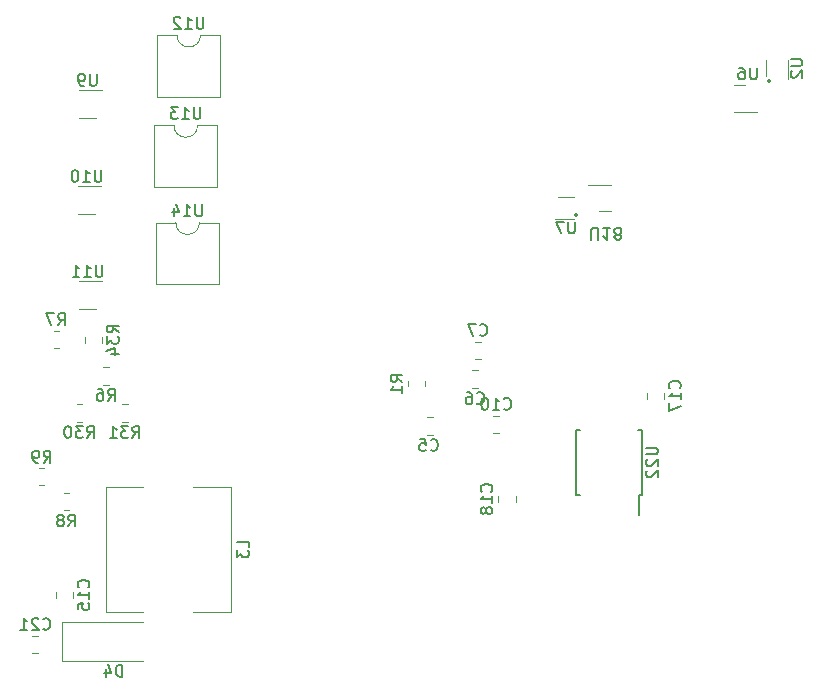
<source format=gbr>
%TF.GenerationSoftware,KiCad,Pcbnew,(6.0.2)*%
%TF.CreationDate,2022-04-25T03:39:25-07:00*%
%TF.ProjectId,schematic,73636865-6d61-4746-9963-2e6b69636164,rev?*%
%TF.SameCoordinates,Original*%
%TF.FileFunction,Legend,Bot*%
%TF.FilePolarity,Positive*%
%FSLAX46Y46*%
G04 Gerber Fmt 4.6, Leading zero omitted, Abs format (unit mm)*
G04 Created by KiCad (PCBNEW (6.0.2)) date 2022-04-25 03:39:25*
%MOMM*%
%LPD*%
G01*
G04 APERTURE LIST*
%ADD10C,0.150000*%
%ADD11C,0.120000*%
%ADD12C,0.300000*%
G04 APERTURE END LIST*
D10*
%TO.C,U22*%
X153322580Y-93453104D02*
X154132104Y-93453104D01*
X154227342Y-93500723D01*
X154274961Y-93548342D01*
X154322580Y-93643580D01*
X154322580Y-93834057D01*
X154274961Y-93929295D01*
X154227342Y-93976914D01*
X154132104Y-94024533D01*
X153322580Y-94024533D01*
X153417819Y-94453104D02*
X153370200Y-94500723D01*
X153322580Y-94595961D01*
X153322580Y-94834057D01*
X153370200Y-94929295D01*
X153417819Y-94976914D01*
X153513057Y-95024533D01*
X153608295Y-95024533D01*
X153751152Y-94976914D01*
X154322580Y-94405485D01*
X154322580Y-95024533D01*
X153417819Y-95405485D02*
X153370200Y-95453104D01*
X153322580Y-95548342D01*
X153322580Y-95786438D01*
X153370200Y-95881676D01*
X153417819Y-95929295D01*
X153513057Y-95976914D01*
X153608295Y-95976914D01*
X153751152Y-95929295D01*
X154322580Y-95357866D01*
X154322580Y-95976914D01*
%TO.C,C18*%
X140231342Y-97168642D02*
X140278961Y-97121023D01*
X140326580Y-96978166D01*
X140326580Y-96882928D01*
X140278961Y-96740071D01*
X140183723Y-96644833D01*
X140088485Y-96597214D01*
X139898009Y-96549595D01*
X139755152Y-96549595D01*
X139564676Y-96597214D01*
X139469438Y-96644833D01*
X139374200Y-96740071D01*
X139326580Y-96882928D01*
X139326580Y-96978166D01*
X139374200Y-97121023D01*
X139421819Y-97168642D01*
X140326580Y-98121023D02*
X140326580Y-97549595D01*
X140326580Y-97835309D02*
X139326580Y-97835309D01*
X139469438Y-97740071D01*
X139564676Y-97644833D01*
X139612295Y-97549595D01*
X139755152Y-98692452D02*
X139707533Y-98597214D01*
X139659914Y-98549595D01*
X139564676Y-98501976D01*
X139517057Y-98501976D01*
X139421819Y-98549595D01*
X139374200Y-98597214D01*
X139326580Y-98692452D01*
X139326580Y-98882928D01*
X139374200Y-98978166D01*
X139421819Y-99025785D01*
X139517057Y-99073404D01*
X139564676Y-99073404D01*
X139659914Y-99025785D01*
X139707533Y-98978166D01*
X139755152Y-98882928D01*
X139755152Y-98692452D01*
X139802771Y-98597214D01*
X139850390Y-98549595D01*
X139945628Y-98501976D01*
X140136104Y-98501976D01*
X140231342Y-98549595D01*
X140278961Y-98597214D01*
X140326580Y-98692452D01*
X140326580Y-98882928D01*
X140278961Y-98978166D01*
X140231342Y-99025785D01*
X140136104Y-99073404D01*
X139945628Y-99073404D01*
X139850390Y-99025785D01*
X139802771Y-98978166D01*
X139755152Y-98882928D01*
%TO.C,C17*%
X156164342Y-88413442D02*
X156211961Y-88365823D01*
X156259580Y-88222966D01*
X156259580Y-88127728D01*
X156211961Y-87984871D01*
X156116723Y-87889633D01*
X156021485Y-87842014D01*
X155831009Y-87794395D01*
X155688152Y-87794395D01*
X155497676Y-87842014D01*
X155402438Y-87889633D01*
X155307200Y-87984871D01*
X155259580Y-88127728D01*
X155259580Y-88222966D01*
X155307200Y-88365823D01*
X155354819Y-88413442D01*
X156259580Y-89365823D02*
X156259580Y-88794395D01*
X156259580Y-89080109D02*
X155259580Y-89080109D01*
X155402438Y-88984871D01*
X155497676Y-88889633D01*
X155545295Y-88794395D01*
X155259580Y-89699157D02*
X155259580Y-90365823D01*
X156259580Y-89937252D01*
%TO.C,R34*%
X108674380Y-83695142D02*
X108198190Y-83361809D01*
X108674380Y-83123714D02*
X107674380Y-83123714D01*
X107674380Y-83504666D01*
X107722000Y-83599904D01*
X107769619Y-83647523D01*
X107864857Y-83695142D01*
X108007714Y-83695142D01*
X108102952Y-83647523D01*
X108150571Y-83599904D01*
X108198190Y-83504666D01*
X108198190Y-83123714D01*
X107674380Y-84028476D02*
X107674380Y-84647523D01*
X108055333Y-84314190D01*
X108055333Y-84457047D01*
X108102952Y-84552285D01*
X108150571Y-84599904D01*
X108245809Y-84647523D01*
X108483904Y-84647523D01*
X108579142Y-84599904D01*
X108626761Y-84552285D01*
X108674380Y-84457047D01*
X108674380Y-84171333D01*
X108626761Y-84076095D01*
X108579142Y-84028476D01*
X108007714Y-85504666D02*
X108674380Y-85504666D01*
X107626761Y-85266571D02*
X108341047Y-85028476D01*
X108341047Y-85647523D01*
%TO.C,D4*%
X108992895Y-112832780D02*
X108992895Y-111832780D01*
X108754800Y-111832780D01*
X108611942Y-111880400D01*
X108516704Y-111975638D01*
X108469085Y-112070876D01*
X108421466Y-112261352D01*
X108421466Y-112404209D01*
X108469085Y-112594685D01*
X108516704Y-112689923D01*
X108611942Y-112785161D01*
X108754800Y-112832780D01*
X108992895Y-112832780D01*
X107564323Y-112166114D02*
X107564323Y-112832780D01*
X107802419Y-111785161D02*
X108040514Y-112499447D01*
X107421466Y-112499447D01*
%TO.C,U14*%
X115750295Y-72851380D02*
X115750295Y-73660904D01*
X115702676Y-73756142D01*
X115655057Y-73803761D01*
X115559819Y-73851380D01*
X115369342Y-73851380D01*
X115274104Y-73803761D01*
X115226485Y-73756142D01*
X115178866Y-73660904D01*
X115178866Y-72851380D01*
X114178866Y-73851380D02*
X114750295Y-73851380D01*
X114464580Y-73851380D02*
X114464580Y-72851380D01*
X114559819Y-72994238D01*
X114655057Y-73089476D01*
X114750295Y-73137095D01*
X113321723Y-73184714D02*
X113321723Y-73851380D01*
X113559819Y-72803761D02*
X113797914Y-73518047D01*
X113178866Y-73518047D01*
%TO.C,U6*%
X162712304Y-61275980D02*
X162712304Y-62085504D01*
X162664685Y-62180742D01*
X162617066Y-62228361D01*
X162521828Y-62275980D01*
X162331352Y-62275980D01*
X162236114Y-62228361D01*
X162188495Y-62180742D01*
X162140876Y-62085504D01*
X162140876Y-61275980D01*
X161236114Y-61275980D02*
X161426590Y-61275980D01*
X161521828Y-61323600D01*
X161569447Y-61371219D01*
X161664685Y-61514076D01*
X161712304Y-61704552D01*
X161712304Y-62085504D01*
X161664685Y-62180742D01*
X161617066Y-62228361D01*
X161521828Y-62275980D01*
X161331352Y-62275980D01*
X161236114Y-62228361D01*
X161188495Y-62180742D01*
X161140876Y-62085504D01*
X161140876Y-61847409D01*
X161188495Y-61752171D01*
X161236114Y-61704552D01*
X161331352Y-61656933D01*
X161521828Y-61656933D01*
X161617066Y-61704552D01*
X161664685Y-61752171D01*
X161712304Y-61847409D01*
%TO.C,R9*%
X102325466Y-94712780D02*
X102658800Y-94236590D01*
X102896895Y-94712780D02*
X102896895Y-93712780D01*
X102515942Y-93712780D01*
X102420704Y-93760400D01*
X102373085Y-93808019D01*
X102325466Y-93903257D01*
X102325466Y-94046114D01*
X102373085Y-94141352D01*
X102420704Y-94188971D01*
X102515942Y-94236590D01*
X102896895Y-94236590D01*
X101849276Y-94712780D02*
X101658800Y-94712780D01*
X101563561Y-94665161D01*
X101515942Y-94617542D01*
X101420704Y-94474685D01*
X101373085Y-94284209D01*
X101373085Y-93903257D01*
X101420704Y-93808019D01*
X101468323Y-93760400D01*
X101563561Y-93712780D01*
X101754038Y-93712780D01*
X101849276Y-93760400D01*
X101896895Y-93808019D01*
X101944514Y-93903257D01*
X101944514Y-94141352D01*
X101896895Y-94236590D01*
X101849276Y-94284209D01*
X101754038Y-94331828D01*
X101563561Y-94331828D01*
X101468323Y-94284209D01*
X101420704Y-94236590D01*
X101373085Y-94141352D01*
%TO.C,C6*%
X138995366Y-89673742D02*
X139042985Y-89721361D01*
X139185842Y-89768980D01*
X139281080Y-89768980D01*
X139423938Y-89721361D01*
X139519176Y-89626123D01*
X139566795Y-89530885D01*
X139614414Y-89340409D01*
X139614414Y-89197552D01*
X139566795Y-89007076D01*
X139519176Y-88911838D01*
X139423938Y-88816600D01*
X139281080Y-88768980D01*
X139185842Y-88768980D01*
X139042985Y-88816600D01*
X138995366Y-88864219D01*
X138138223Y-88768980D02*
X138328700Y-88768980D01*
X138423938Y-88816600D01*
X138471557Y-88864219D01*
X138566795Y-89007076D01*
X138614414Y-89197552D01*
X138614414Y-89578504D01*
X138566795Y-89673742D01*
X138519176Y-89721361D01*
X138423938Y-89768980D01*
X138233461Y-89768980D01*
X138138223Y-89721361D01*
X138090604Y-89673742D01*
X138042985Y-89578504D01*
X138042985Y-89340409D01*
X138090604Y-89245171D01*
X138138223Y-89197552D01*
X138233461Y-89149933D01*
X138423938Y-89149933D01*
X138519176Y-89197552D01*
X138566795Y-89245171D01*
X138614414Y-89340409D01*
%TO.C,U18*%
X148698104Y-75833219D02*
X148698104Y-75023695D01*
X148745723Y-74928457D01*
X148793342Y-74880838D01*
X148888580Y-74833219D01*
X149079057Y-74833219D01*
X149174295Y-74880838D01*
X149221914Y-74928457D01*
X149269533Y-75023695D01*
X149269533Y-75833219D01*
X150269533Y-74833219D02*
X149698104Y-74833219D01*
X149983819Y-74833219D02*
X149983819Y-75833219D01*
X149888580Y-75690361D01*
X149793342Y-75595123D01*
X149698104Y-75547504D01*
X150840961Y-75404647D02*
X150745723Y-75452266D01*
X150698104Y-75499885D01*
X150650485Y-75595123D01*
X150650485Y-75642742D01*
X150698104Y-75737980D01*
X150745723Y-75785600D01*
X150840961Y-75833219D01*
X151031438Y-75833219D01*
X151126676Y-75785600D01*
X151174295Y-75737980D01*
X151221914Y-75642742D01*
X151221914Y-75595123D01*
X151174295Y-75499885D01*
X151126676Y-75452266D01*
X151031438Y-75404647D01*
X150840961Y-75404647D01*
X150745723Y-75357028D01*
X150698104Y-75309409D01*
X150650485Y-75214171D01*
X150650485Y-75023695D01*
X150698104Y-74928457D01*
X150745723Y-74880838D01*
X150840961Y-74833219D01*
X151031438Y-74833219D01*
X151126676Y-74880838D01*
X151174295Y-74928457D01*
X151221914Y-75023695D01*
X151221914Y-75214171D01*
X151174295Y-75309409D01*
X151126676Y-75357028D01*
X151031438Y-75404647D01*
%TO.C,C5*%
X135079866Y-93622742D02*
X135127485Y-93670361D01*
X135270342Y-93717980D01*
X135365580Y-93717980D01*
X135508438Y-93670361D01*
X135603676Y-93575123D01*
X135651295Y-93479885D01*
X135698914Y-93289409D01*
X135698914Y-93146552D01*
X135651295Y-92956076D01*
X135603676Y-92860838D01*
X135508438Y-92765600D01*
X135365580Y-92717980D01*
X135270342Y-92717980D01*
X135127485Y-92765600D01*
X135079866Y-92813219D01*
X134175104Y-92717980D02*
X134651295Y-92717980D01*
X134698914Y-93194171D01*
X134651295Y-93146552D01*
X134556057Y-93098933D01*
X134317961Y-93098933D01*
X134222723Y-93146552D01*
X134175104Y-93194171D01*
X134127485Y-93289409D01*
X134127485Y-93527504D01*
X134175104Y-93622742D01*
X134222723Y-93670361D01*
X134317961Y-93717980D01*
X134556057Y-93717980D01*
X134651295Y-93670361D01*
X134698914Y-93622742D01*
%TO.C,C15*%
X106100942Y-105275142D02*
X106148561Y-105227523D01*
X106196180Y-105084666D01*
X106196180Y-104989428D01*
X106148561Y-104846571D01*
X106053323Y-104751333D01*
X105958085Y-104703714D01*
X105767609Y-104656095D01*
X105624752Y-104656095D01*
X105434276Y-104703714D01*
X105339038Y-104751333D01*
X105243800Y-104846571D01*
X105196180Y-104989428D01*
X105196180Y-105084666D01*
X105243800Y-105227523D01*
X105291419Y-105275142D01*
X106196180Y-106227523D02*
X106196180Y-105656095D01*
X106196180Y-105941809D02*
X105196180Y-105941809D01*
X105339038Y-105846571D01*
X105434276Y-105751333D01*
X105481895Y-105656095D01*
X105196180Y-107132285D02*
X105196180Y-106656095D01*
X105672371Y-106608476D01*
X105624752Y-106656095D01*
X105577133Y-106751333D01*
X105577133Y-106989428D01*
X105624752Y-107084666D01*
X105672371Y-107132285D01*
X105767609Y-107179904D01*
X106005704Y-107179904D01*
X106100942Y-107132285D01*
X106148561Y-107084666D01*
X106196180Y-106989428D01*
X106196180Y-106751333D01*
X106148561Y-106656095D01*
X106100942Y-106608476D01*
%TO.C,C10*%
X141286557Y-90142542D02*
X141334176Y-90190161D01*
X141477033Y-90237780D01*
X141572271Y-90237780D01*
X141715128Y-90190161D01*
X141810366Y-90094923D01*
X141857985Y-89999685D01*
X141905604Y-89809209D01*
X141905604Y-89666352D01*
X141857985Y-89475876D01*
X141810366Y-89380638D01*
X141715128Y-89285400D01*
X141572271Y-89237780D01*
X141477033Y-89237780D01*
X141334176Y-89285400D01*
X141286557Y-89333019D01*
X140334176Y-90237780D02*
X140905604Y-90237780D01*
X140619890Y-90237780D02*
X140619890Y-89237780D01*
X140715128Y-89380638D01*
X140810366Y-89475876D01*
X140905604Y-89523495D01*
X139715128Y-89237780D02*
X139619890Y-89237780D01*
X139524652Y-89285400D01*
X139477033Y-89333019D01*
X139429414Y-89428257D01*
X139381795Y-89618733D01*
X139381795Y-89856828D01*
X139429414Y-90047304D01*
X139477033Y-90142542D01*
X139524652Y-90190161D01*
X139619890Y-90237780D01*
X139715128Y-90237780D01*
X139810366Y-90190161D01*
X139857985Y-90142542D01*
X139905604Y-90047304D01*
X139953223Y-89856828D01*
X139953223Y-89618733D01*
X139905604Y-89428257D01*
X139857985Y-89333019D01*
X139810366Y-89285400D01*
X139715128Y-89237780D01*
%TO.C,U2*%
X165566580Y-60553695D02*
X166376104Y-60553695D01*
X166471342Y-60601314D01*
X166518961Y-60648933D01*
X166566580Y-60744171D01*
X166566580Y-60934647D01*
X166518961Y-61029885D01*
X166471342Y-61077504D01*
X166376104Y-61125123D01*
X165566580Y-61125123D01*
X165661819Y-61553695D02*
X165614200Y-61601314D01*
X165566580Y-61696552D01*
X165566580Y-61934647D01*
X165614200Y-62029885D01*
X165661819Y-62077504D01*
X165757057Y-62125123D01*
X165852295Y-62125123D01*
X165995152Y-62077504D01*
X166566580Y-61506076D01*
X166566580Y-62125123D01*
%TO.C,U10*%
X107209695Y-69950180D02*
X107209695Y-70759704D01*
X107162076Y-70854942D01*
X107114457Y-70902561D01*
X107019219Y-70950180D01*
X106828742Y-70950180D01*
X106733504Y-70902561D01*
X106685885Y-70854942D01*
X106638266Y-70759704D01*
X106638266Y-69950180D01*
X105638266Y-70950180D02*
X106209695Y-70950180D01*
X105923980Y-70950180D02*
X105923980Y-69950180D01*
X106019219Y-70093038D01*
X106114457Y-70188276D01*
X106209695Y-70235895D01*
X105019219Y-69950180D02*
X104923980Y-69950180D01*
X104828742Y-69997800D01*
X104781123Y-70045419D01*
X104733504Y-70140657D01*
X104685885Y-70331133D01*
X104685885Y-70569228D01*
X104733504Y-70759704D01*
X104781123Y-70854942D01*
X104828742Y-70902561D01*
X104923980Y-70950180D01*
X105019219Y-70950180D01*
X105114457Y-70902561D01*
X105162076Y-70854942D01*
X105209695Y-70759704D01*
X105257314Y-70569228D01*
X105257314Y-70331133D01*
X105209695Y-70140657D01*
X105162076Y-70045419D01*
X105114457Y-69997800D01*
X105019219Y-69950180D01*
%TO.C,U11*%
X107292895Y-77976580D02*
X107292895Y-78786104D01*
X107245276Y-78881342D01*
X107197657Y-78928961D01*
X107102419Y-78976580D01*
X106911942Y-78976580D01*
X106816704Y-78928961D01*
X106769085Y-78881342D01*
X106721466Y-78786104D01*
X106721466Y-77976580D01*
X105721466Y-78976580D02*
X106292895Y-78976580D01*
X106007180Y-78976580D02*
X106007180Y-77976580D01*
X106102419Y-78119438D01*
X106197657Y-78214676D01*
X106292895Y-78262295D01*
X104769085Y-78976580D02*
X105340514Y-78976580D01*
X105054800Y-78976580D02*
X105054800Y-77976580D01*
X105150038Y-78119438D01*
X105245276Y-78214676D01*
X105340514Y-78262295D01*
%TO.C,R8*%
X104408266Y-100120980D02*
X104741600Y-99644790D01*
X104979695Y-100120980D02*
X104979695Y-99120980D01*
X104598742Y-99120980D01*
X104503504Y-99168600D01*
X104455885Y-99216219D01*
X104408266Y-99311457D01*
X104408266Y-99454314D01*
X104455885Y-99549552D01*
X104503504Y-99597171D01*
X104598742Y-99644790D01*
X104979695Y-99644790D01*
X103836838Y-99549552D02*
X103932076Y-99501933D01*
X103979695Y-99454314D01*
X104027314Y-99359076D01*
X104027314Y-99311457D01*
X103979695Y-99216219D01*
X103932076Y-99168600D01*
X103836838Y-99120980D01*
X103646361Y-99120980D01*
X103551123Y-99168600D01*
X103503504Y-99216219D01*
X103455885Y-99311457D01*
X103455885Y-99359076D01*
X103503504Y-99454314D01*
X103551123Y-99501933D01*
X103646361Y-99549552D01*
X103836838Y-99549552D01*
X103932076Y-99597171D01*
X103979695Y-99644790D01*
X104027314Y-99740028D01*
X104027314Y-99930504D01*
X103979695Y-100025742D01*
X103932076Y-100073361D01*
X103836838Y-100120980D01*
X103646361Y-100120980D01*
X103551123Y-100073361D01*
X103503504Y-100025742D01*
X103455885Y-99930504D01*
X103455885Y-99740028D01*
X103503504Y-99644790D01*
X103551123Y-99597171D01*
X103646361Y-99549552D01*
%TO.C,R7*%
X103554266Y-83080180D02*
X103887600Y-82603990D01*
X104125695Y-83080180D02*
X104125695Y-82080180D01*
X103744742Y-82080180D01*
X103649504Y-82127800D01*
X103601885Y-82175419D01*
X103554266Y-82270657D01*
X103554266Y-82413514D01*
X103601885Y-82508752D01*
X103649504Y-82556371D01*
X103744742Y-82603990D01*
X104125695Y-82603990D01*
X103220933Y-82080180D02*
X102554266Y-82080180D01*
X102982838Y-83080180D01*
%TO.C,R1*%
X132699580Y-87875933D02*
X132223390Y-87542600D01*
X132699580Y-87304504D02*
X131699580Y-87304504D01*
X131699580Y-87685457D01*
X131747200Y-87780695D01*
X131794819Y-87828314D01*
X131890057Y-87875933D01*
X132032914Y-87875933D01*
X132128152Y-87828314D01*
X132175771Y-87780695D01*
X132223390Y-87685457D01*
X132223390Y-87304504D01*
X132699580Y-88828314D02*
X132699580Y-88256885D01*
X132699580Y-88542600D02*
X131699580Y-88542600D01*
X131842438Y-88447361D01*
X131937676Y-88352123D01*
X131985295Y-88256885D01*
%TO.C,U9*%
X106800504Y-61807180D02*
X106800504Y-62616704D01*
X106752885Y-62711942D01*
X106705266Y-62759561D01*
X106610028Y-62807180D01*
X106419552Y-62807180D01*
X106324314Y-62759561D01*
X106276695Y-62711942D01*
X106229076Y-62616704D01*
X106229076Y-61807180D01*
X105705266Y-62807180D02*
X105514790Y-62807180D01*
X105419552Y-62759561D01*
X105371933Y-62711942D01*
X105276695Y-62569085D01*
X105229076Y-62378609D01*
X105229076Y-61997657D01*
X105276695Y-61902419D01*
X105324314Y-61854800D01*
X105419552Y-61807180D01*
X105610028Y-61807180D01*
X105705266Y-61854800D01*
X105752885Y-61902419D01*
X105800504Y-61997657D01*
X105800504Y-62235752D01*
X105752885Y-62330990D01*
X105705266Y-62378609D01*
X105610028Y-62426228D01*
X105419552Y-62426228D01*
X105324314Y-62378609D01*
X105276695Y-62330990D01*
X105229076Y-62235752D01*
%TO.C,C7*%
X139249366Y-83900742D02*
X139296985Y-83948361D01*
X139439842Y-83995980D01*
X139535080Y-83995980D01*
X139677938Y-83948361D01*
X139773176Y-83853123D01*
X139820795Y-83757885D01*
X139868414Y-83567409D01*
X139868414Y-83424552D01*
X139820795Y-83234076D01*
X139773176Y-83138838D01*
X139677938Y-83043600D01*
X139535080Y-82995980D01*
X139439842Y-82995980D01*
X139296985Y-83043600D01*
X139249366Y-83091219D01*
X138916033Y-82995980D02*
X138249366Y-82995980D01*
X138677938Y-83995980D01*
%TO.C,R30*%
X105986257Y-92628580D02*
X106319590Y-92152390D01*
X106557685Y-92628580D02*
X106557685Y-91628580D01*
X106176733Y-91628580D01*
X106081495Y-91676200D01*
X106033876Y-91723819D01*
X105986257Y-91819057D01*
X105986257Y-91961914D01*
X106033876Y-92057152D01*
X106081495Y-92104771D01*
X106176733Y-92152390D01*
X106557685Y-92152390D01*
X105652923Y-91628580D02*
X105033876Y-91628580D01*
X105367209Y-92009533D01*
X105224352Y-92009533D01*
X105129114Y-92057152D01*
X105081495Y-92104771D01*
X105033876Y-92200009D01*
X105033876Y-92438104D01*
X105081495Y-92533342D01*
X105129114Y-92580961D01*
X105224352Y-92628580D01*
X105510066Y-92628580D01*
X105605304Y-92580961D01*
X105652923Y-92533342D01*
X104414828Y-91628580D02*
X104319590Y-91628580D01*
X104224352Y-91676200D01*
X104176733Y-91723819D01*
X104129114Y-91819057D01*
X104081495Y-92009533D01*
X104081495Y-92247628D01*
X104129114Y-92438104D01*
X104176733Y-92533342D01*
X104224352Y-92580961D01*
X104319590Y-92628580D01*
X104414828Y-92628580D01*
X104510066Y-92580961D01*
X104557685Y-92533342D01*
X104605304Y-92438104D01*
X104652923Y-92247628D01*
X104652923Y-92009533D01*
X104605304Y-91819057D01*
X104557685Y-91723819D01*
X104510066Y-91676200D01*
X104414828Y-91628580D01*
%TO.C,U12*%
X115851895Y-56976380D02*
X115851895Y-57785904D01*
X115804276Y-57881142D01*
X115756657Y-57928761D01*
X115661419Y-57976380D01*
X115470942Y-57976380D01*
X115375704Y-57928761D01*
X115328085Y-57881142D01*
X115280466Y-57785904D01*
X115280466Y-56976380D01*
X114280466Y-57976380D02*
X114851895Y-57976380D01*
X114566180Y-57976380D02*
X114566180Y-56976380D01*
X114661419Y-57119238D01*
X114756657Y-57214476D01*
X114851895Y-57262095D01*
X113899514Y-57071619D02*
X113851895Y-57024000D01*
X113756657Y-56976380D01*
X113518561Y-56976380D01*
X113423323Y-57024000D01*
X113375704Y-57071619D01*
X113328085Y-57166857D01*
X113328085Y-57262095D01*
X113375704Y-57404952D01*
X113947133Y-57976380D01*
X113328085Y-57976380D01*
%TO.C,U7*%
X147305704Y-74312380D02*
X147305704Y-75121904D01*
X147258085Y-75217142D01*
X147210466Y-75264761D01*
X147115228Y-75312380D01*
X146924752Y-75312380D01*
X146829514Y-75264761D01*
X146781895Y-75217142D01*
X146734276Y-75121904D01*
X146734276Y-74312380D01*
X146353323Y-74312380D02*
X145686657Y-74312380D01*
X146115228Y-75312380D01*
%TO.C,U13*%
X115597895Y-64621780D02*
X115597895Y-65431304D01*
X115550276Y-65526542D01*
X115502657Y-65574161D01*
X115407419Y-65621780D01*
X115216942Y-65621780D01*
X115121704Y-65574161D01*
X115074085Y-65526542D01*
X115026466Y-65431304D01*
X115026466Y-64621780D01*
X114026466Y-65621780D02*
X114597895Y-65621780D01*
X114312180Y-65621780D02*
X114312180Y-64621780D01*
X114407419Y-64764638D01*
X114502657Y-64859876D01*
X114597895Y-64907495D01*
X113693133Y-64621780D02*
X113074085Y-64621780D01*
X113407419Y-65002733D01*
X113264561Y-65002733D01*
X113169323Y-65050352D01*
X113121704Y-65097971D01*
X113074085Y-65193209D01*
X113074085Y-65431304D01*
X113121704Y-65526542D01*
X113169323Y-65574161D01*
X113264561Y-65621780D01*
X113550276Y-65621780D01*
X113645514Y-65574161D01*
X113693133Y-65526542D01*
%TO.C,C21*%
X102268257Y-108786142D02*
X102315876Y-108833761D01*
X102458733Y-108881380D01*
X102553971Y-108881380D01*
X102696828Y-108833761D01*
X102792066Y-108738523D01*
X102839685Y-108643285D01*
X102887304Y-108452809D01*
X102887304Y-108309952D01*
X102839685Y-108119476D01*
X102792066Y-108024238D01*
X102696828Y-107929000D01*
X102553971Y-107881380D01*
X102458733Y-107881380D01*
X102315876Y-107929000D01*
X102268257Y-107976619D01*
X101887304Y-107976619D02*
X101839685Y-107929000D01*
X101744447Y-107881380D01*
X101506352Y-107881380D01*
X101411114Y-107929000D01*
X101363495Y-107976619D01*
X101315876Y-108071857D01*
X101315876Y-108167095D01*
X101363495Y-108309952D01*
X101934923Y-108881380D01*
X101315876Y-108881380D01*
X100363495Y-108881380D02*
X100934923Y-108881380D01*
X100649209Y-108881380D02*
X100649209Y-107881380D01*
X100744447Y-108024238D01*
X100839685Y-108119476D01*
X100934923Y-108167095D01*
%TO.C,L3*%
X119679980Y-101890533D02*
X119679980Y-101414342D01*
X118679980Y-101414342D01*
X118679980Y-102128628D02*
X118679980Y-102747676D01*
X119060933Y-102414342D01*
X119060933Y-102557200D01*
X119108552Y-102652438D01*
X119156171Y-102700057D01*
X119251409Y-102747676D01*
X119489504Y-102747676D01*
X119584742Y-102700057D01*
X119632361Y-102652438D01*
X119679980Y-102557200D01*
X119679980Y-102271485D01*
X119632361Y-102176247D01*
X119584742Y-102128628D01*
%TO.C,R6*%
X107770666Y-89478980D02*
X108104000Y-89002790D01*
X108342095Y-89478980D02*
X108342095Y-88478980D01*
X107961142Y-88478980D01*
X107865904Y-88526600D01*
X107818285Y-88574219D01*
X107770666Y-88669457D01*
X107770666Y-88812314D01*
X107818285Y-88907552D01*
X107865904Y-88955171D01*
X107961142Y-89002790D01*
X108342095Y-89002790D01*
X106913523Y-88478980D02*
X107104000Y-88478980D01*
X107199238Y-88526600D01*
X107246857Y-88574219D01*
X107342095Y-88717076D01*
X107389714Y-88907552D01*
X107389714Y-89288504D01*
X107342095Y-89383742D01*
X107294476Y-89431361D01*
X107199238Y-89478980D01*
X107008761Y-89478980D01*
X106913523Y-89431361D01*
X106865904Y-89383742D01*
X106818285Y-89288504D01*
X106818285Y-89050409D01*
X106865904Y-88955171D01*
X106913523Y-88907552D01*
X107008761Y-88859933D01*
X107199238Y-88859933D01*
X107294476Y-88907552D01*
X107342095Y-88955171D01*
X107389714Y-89050409D01*
%TO.C,R31*%
X109840457Y-92628580D02*
X110173790Y-92152390D01*
X110411885Y-92628580D02*
X110411885Y-91628580D01*
X110030933Y-91628580D01*
X109935695Y-91676200D01*
X109888076Y-91723819D01*
X109840457Y-91819057D01*
X109840457Y-91961914D01*
X109888076Y-92057152D01*
X109935695Y-92104771D01*
X110030933Y-92152390D01*
X110411885Y-92152390D01*
X109507123Y-91628580D02*
X108888076Y-91628580D01*
X109221409Y-92009533D01*
X109078552Y-92009533D01*
X108983314Y-92057152D01*
X108935695Y-92104771D01*
X108888076Y-92200009D01*
X108888076Y-92438104D01*
X108935695Y-92533342D01*
X108983314Y-92580961D01*
X109078552Y-92628580D01*
X109364266Y-92628580D01*
X109459504Y-92580961D01*
X109507123Y-92533342D01*
X107935695Y-92628580D02*
X108507123Y-92628580D01*
X108221409Y-92628580D02*
X108221409Y-91628580D01*
X108316647Y-91771438D01*
X108411885Y-91866676D01*
X108507123Y-91914295D01*
%TO.C,U22*%
X152945200Y-97441200D02*
X152740200Y-97441200D01*
X147435200Y-97441200D02*
X147735200Y-97441200D01*
X147435200Y-91941200D02*
X147735200Y-91941200D01*
X147435200Y-97441200D02*
X147435200Y-91941200D01*
X152945200Y-91941200D02*
X152645200Y-91941200D01*
X152740200Y-97441200D02*
X152740200Y-99191200D01*
X152945200Y-97441200D02*
X152945200Y-91941200D01*
D11*
%TO.C,C18*%
X142289200Y-97550248D02*
X142289200Y-98072752D01*
X140819200Y-97550248D02*
X140819200Y-98072752D01*
%TO.C,C17*%
X154862200Y-89317552D02*
X154862200Y-88795048D01*
X153392200Y-89317552D02*
X153392200Y-88795048D01*
%TO.C,R34*%
X105837000Y-84565064D02*
X105837000Y-84110936D01*
X107307000Y-84565064D02*
X107307000Y-84110936D01*
%TO.C,D4*%
X103854800Y-111530400D02*
X103854800Y-108230400D01*
X103854800Y-111530400D02*
X110754800Y-111530400D01*
X103854800Y-108230400D02*
X110754800Y-108230400D01*
%TO.C,U14*%
X113512200Y-74399000D02*
G75*
G03*
X115512200Y-74399000I1000000J0D01*
G01*
X117162200Y-74399000D02*
X117162200Y-79599000D01*
X111862200Y-74399000D02*
X113512200Y-74399000D01*
X117162200Y-79599000D02*
X111862200Y-79599000D01*
X115512200Y-74399000D02*
X117162200Y-74399000D01*
X111862200Y-79599000D02*
X111862200Y-74399000D01*
%TO.C,U6*%
X162747000Y-64997600D02*
X160747000Y-64997600D01*
X163750400Y-62495400D02*
X163750400Y-62444600D01*
X163750400Y-62444600D02*
X163750400Y-62470000D01*
D12*
X163750400Y-62444600D02*
X163750400Y-62444600D01*
D11*
X161747000Y-62777600D02*
X160747000Y-62777600D01*
X163750400Y-62470000D02*
X163750400Y-62444600D01*
%TO.C,R9*%
X102385864Y-95175400D02*
X101931736Y-95175400D01*
X102385864Y-96645400D02*
X101931736Y-96645400D01*
%TO.C,C6*%
X138567448Y-86901600D02*
X139089952Y-86901600D01*
X138567448Y-88371600D02*
X139089952Y-88371600D01*
%TO.C,U18*%
X147370800Y-73710800D02*
X147370800Y-73761600D01*
D12*
X147370800Y-73761600D02*
X147370800Y-73761600D01*
D11*
X147370800Y-73736200D02*
X147370800Y-73761600D01*
X147370800Y-73761600D02*
X147370800Y-73736200D01*
X148374200Y-71208600D02*
X150374200Y-71208600D01*
X149374200Y-73428600D02*
X150374200Y-73428600D01*
%TO.C,C5*%
X135279952Y-90879600D02*
X134757448Y-90879600D01*
X135279952Y-92349600D02*
X134757448Y-92349600D01*
%TO.C,C15*%
X103328800Y-106179252D02*
X103328800Y-105656748D01*
X104798800Y-106179252D02*
X104798800Y-105656748D01*
%TO.C,C10*%
X140904952Y-92200400D02*
X140382448Y-92200400D01*
X140904952Y-90730400D02*
X140382448Y-90730400D01*
%TO.C,U2*%
X163514200Y-60665600D02*
X163514200Y-61965600D01*
X165314200Y-62215600D02*
X165314200Y-60665600D01*
%TO.C,U10*%
X105271600Y-71337800D02*
X107171600Y-71337800D01*
X106671600Y-73657800D02*
X105271600Y-73657800D01*
%TO.C,U11*%
X106754800Y-81684200D02*
X105354800Y-81684200D01*
X105354800Y-79364200D02*
X107254800Y-79364200D01*
%TO.C,R8*%
X104014536Y-97283600D02*
X104468664Y-97283600D01*
X104014536Y-98753600D02*
X104468664Y-98753600D01*
%TO.C,R7*%
X103614664Y-83542800D02*
X103160536Y-83542800D01*
X103614664Y-85012800D02*
X103160536Y-85012800D01*
%TO.C,R1*%
X133162200Y-87815536D02*
X133162200Y-88269664D01*
X134632200Y-87815536D02*
X134632200Y-88269664D01*
%TO.C,U9*%
X106738600Y-65514800D02*
X105338600Y-65514800D01*
X105338600Y-63194800D02*
X107238600Y-63194800D01*
%TO.C,C7*%
X139343952Y-85958600D02*
X138821448Y-85958600D01*
X139343952Y-84488600D02*
X138821448Y-84488600D01*
%TO.C,R30*%
X105116336Y-91261200D02*
X105570464Y-91261200D01*
X105116336Y-89791200D02*
X105570464Y-89791200D01*
%TO.C,U12*%
X113613800Y-58524000D02*
G75*
G03*
X115613800Y-58524000I1000000J0D01*
G01*
X111963800Y-63724000D02*
X111963800Y-58524000D01*
X117263800Y-58524000D02*
X117263800Y-63724000D01*
X111963800Y-58524000D02*
X113613800Y-58524000D01*
X115613800Y-58524000D02*
X117263800Y-58524000D01*
X117263800Y-63724000D02*
X111963800Y-63724000D01*
%TO.C,U7*%
X145643800Y-74060000D02*
X147193800Y-74060000D01*
X147193800Y-72260000D02*
X145893800Y-72260000D01*
%TO.C,U13*%
X113359800Y-66169400D02*
G75*
G03*
X115359800Y-66169400I1000000J0D01*
G01*
X115359800Y-66169400D02*
X117009800Y-66169400D01*
X117009800Y-66169400D02*
X117009800Y-71369400D01*
X111709800Y-66169400D02*
X113359800Y-66169400D01*
X111709800Y-71369400D02*
X111709800Y-66169400D01*
X117009800Y-71369400D02*
X111709800Y-71369400D01*
%TO.C,C21*%
X101886652Y-110844000D02*
X101364148Y-110844000D01*
X101886652Y-109374000D02*
X101364148Y-109374000D01*
%TO.C,L3*%
X114977600Y-107357200D02*
X118177600Y-107357200D01*
X107577600Y-96757200D02*
X107577600Y-107357200D01*
X110777600Y-96757200D02*
X107577600Y-96757200D01*
X118177600Y-107357200D02*
X118177600Y-96757200D01*
X118177600Y-96757200D02*
X114977600Y-96757200D01*
X107577600Y-107357200D02*
X110777600Y-107357200D01*
%TO.C,R6*%
X107376936Y-86641600D02*
X107831064Y-86641600D01*
X107376936Y-88111600D02*
X107831064Y-88111600D01*
%TO.C,R31*%
X108970536Y-89791200D02*
X109424664Y-89791200D01*
X108970536Y-91261200D02*
X109424664Y-91261200D01*
%TD*%
M02*

</source>
